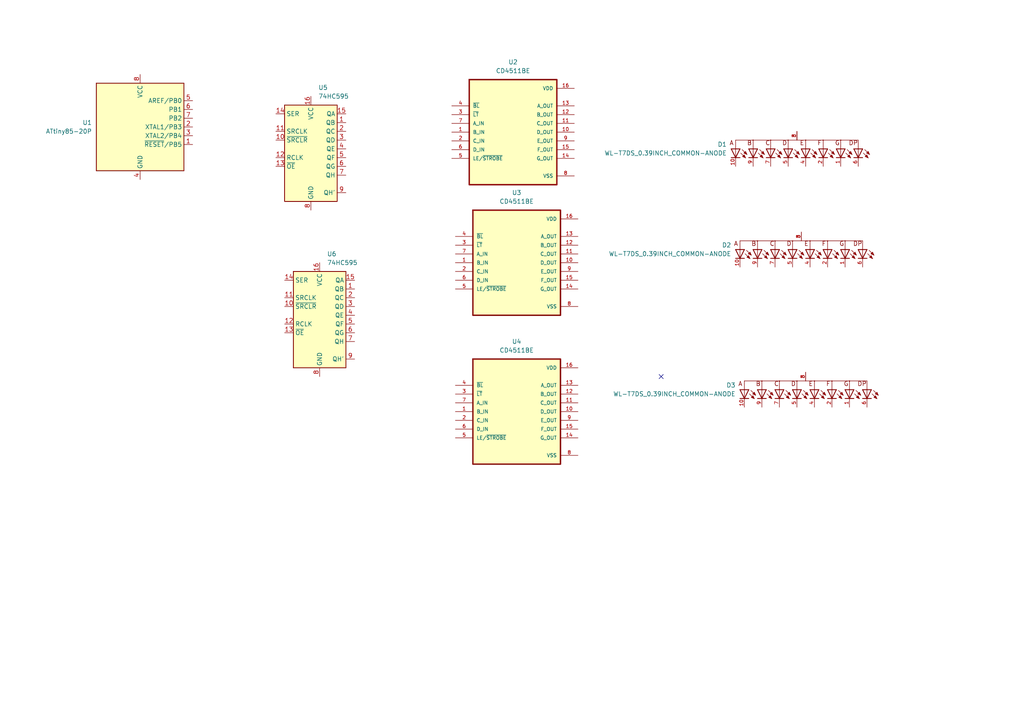
<source format=kicad_sch>
(kicad_sch (version 20250114) (generator "eeschema") (generator_version "9.0")
  (paper "A4")
  (lib_symbols
    (symbol "7 segment:WL-T7DS_0.39INCH_COMMON-ANODE" (pin_names (offset 1.016))
      (property "Reference" "D" (at 21.59 1.27 0))
      (property "Value" "WL-T7DS_0.39INCH_COMMON-ANODE" (at 21.59 -1.27 0))
      (symbol "WL-T7DS_0.39INCH_COMMON-ANODE_0_0"
        (polyline (pts (xy -17.78 2.54) (xy 17.78 2.54)) (stroke (width 0.1524)))
        (polyline (pts (xy -17.78 0) (xy -19.05 0)) (stroke (width 0.254)))
        (polyline (pts (xy -17.78 0) (xy -17.78 2.54)) (stroke (width 0.1524)))
        (polyline (pts (xy -17.78 0) (xy -17.78 -2.54)) (stroke (width 0.1524)))
        (polyline (pts (xy -17.78 -2.54) (xy -19.05 0)) (stroke (width 0.254)))
        (polyline (pts (xy -17.78 -2.54) (xy -19.05 -2.54)) (stroke (width 0.254)))
        (polyline (pts (xy -16.51 0) (xy -17.78 0)) (stroke (width 0.254)))
        (polyline (pts (xy -16.51 0) (xy -17.78 -2.54)) (stroke (width 0.254)))
        (polyline (pts (xy -16.51 -2.54) (xy -17.78 -2.54)) (stroke (width 0.254)))
        (polyline (pts (xy -16.298 -1.212) (xy -14.901 -2.609)) (stroke (width 0.1524)))
        (polyline (pts (xy -15.898 -0.212) (xy -14.501 -1.609)) (stroke (width 0.1524)))
        (polyline (pts (xy -14.901 -2.609) (xy -15.79 -2.228) (xy -15.282 -1.72) (xy -14.901 -2.609)) (stroke (width 0.1524)) (fill (type outline)))
        (polyline (pts (xy -14.501 -1.609) (xy -15.39 -1.228) (xy -14.882 -0.72) (xy -14.501 -1.609)) (stroke (width 0.1524)) (fill (type outline)))
        (circle (center -12.71 2.52) (radius 0.1) (stroke (width 0.1524)))
        (polyline (pts (xy -12.7 0) (xy -13.97 0)) (stroke (width 0.254)))
        (polyline (pts (xy -12.7 0) (xy -12.7 2.54)) (stroke (width 0.1524)))
        (polyline (pts (xy -12.7 0) (xy -12.7 -2.54)) (stroke (width 0.1524)))
        (polyline (pts (xy -12.7 -2.54) (xy -13.97 0)) (stroke (width 0.254)))
        (polyline (pts (xy -12.7 -2.54) (xy -13.97 -2.54)) (stroke (width 0.254)))
        (polyline (pts (xy -11.43 0) (xy -12.7 0)) (stroke (width 0.254)))
        (polyline (pts (xy -11.43 0) (xy -12.7 -2.54)) (stroke (width 0.254)))
        (polyline (pts (xy -11.43 -2.54) (xy -12.7 -2.54)) (stroke (width 0.254)))
        (polyline (pts (xy -11.218 -1.212) (xy -9.821 -2.609)) (stroke (width 0.1524)))
        (polyline (pts (xy -10.818 -0.212) (xy -9.421 -1.609)) (stroke (width 0.1524)))
        (polyline (pts (xy -9.821 -2.609) (xy -10.71 -2.228) (xy -10.202 -1.72) (xy -9.821 -2.609)) (stroke (width 0.1524)) (fill (type outline)))
        (polyline (pts (xy -9.421 -1.609) (xy -10.31 -1.228) (xy -9.802 -0.72) (xy -9.421 -1.609)) (stroke (width 0.1524)) (fill (type outline)))
        (circle (center -7.62 2.51) (radius 0.1) (stroke (width 0.1524)))
        (polyline (pts (xy -7.62 0) (xy -8.89 0)) (stroke (width 0.254)))
        (polyline (pts (xy -7.62 0) (xy -7.62 2.54)) (stroke (width 0.1524)))
        (polyline (pts (xy -7.62 0) (xy -7.62 -2.54)) (stroke (width 0.1524)))
        (polyline (pts (xy -7.62 -2.54) (xy -8.89 0)) (stroke (width 0.254)))
        (polyline (pts (xy -7.62 -2.54) (xy -8.89 -2.54)) (stroke (width 0.254)))
        (polyline (pts (xy -6.35 0) (xy -7.62 0)) (stroke (width 0.254)))
        (polyline (pts (xy -6.35 0) (xy -7.62 -2.54)) (stroke (width 0.254)))
        (polyline (pts (xy -6.35 -2.54) (xy -7.62 -2.54)) (stroke (width 0.254)))
        (polyline (pts (xy -6.138 -1.212) (xy -4.741 -2.609)) (stroke (width 0.1524)))
        (polyline (pts (xy -5.738 -0.212) (xy -4.341 -1.609)) (stroke (width 0.1524)))
        (polyline (pts (xy -4.741 -2.609) (xy -5.63 -2.228) (xy -5.122 -1.72) (xy -4.741 -2.609)) (stroke (width 0.1524)) (fill (type outline)))
        (polyline (pts (xy -4.341 -1.609) (xy -5.23 -1.228) (xy -4.722 -0.72) (xy -4.341 -1.609)) (stroke (width 0.1524)) (fill (type outline)))
        (circle (center -2.54 2.51) (radius 0.1) (stroke (width 0.1524)))
        (polyline (pts (xy -2.54 0) (xy -3.81 0)) (stroke (width 0.254)))
        (polyline (pts (xy -2.54 0) (xy -2.54 2.54)) (stroke (width 0.1524)))
        (polyline (pts (xy -2.54 0) (xy -2.54 -2.54)) (stroke (width 0.1524)))
        (polyline (pts (xy -2.54 -2.54) (xy -3.81 0)) (stroke (width 0.254)))
        (polyline (pts (xy -2.54 -2.54) (xy -3.81 -2.54)) (stroke (width 0.254)))
        (polyline (pts (xy -1.27 0) (xy -2.54 0)) (stroke (width 0.254)))
        (polyline (pts (xy -1.27 0) (xy -2.54 -2.54)) (stroke (width 0.254)))
        (polyline (pts (xy -1.27 -2.54) (xy -2.54 -2.54)) (stroke (width 0.254)))
        (polyline (pts (xy -1.058 -1.212) (xy 0.339 -2.609)) (stroke (width 0.1524)))
        (polyline (pts (xy -0.658 -0.212) (xy 0.739 -1.609)) (stroke (width 0.1524)))
        (polyline (pts (xy 0.339 -2.609) (xy -0.55 -2.228) (xy -0.042 -1.72) (xy 0.339 -2.609)) (stroke (width 0.1524)) (fill (type outline)))
        (polyline (pts (xy 0.739 -1.609) (xy -0.15 -1.228) (xy 0.358 -0.72) (xy 0.739 -1.609)) (stroke (width 0.1524)) (fill (type outline)))
        (circle (center 2.54 2.52) (radius 0.1) (stroke (width 0.1524)))
        (polyline (pts (xy 2.54 0) (xy 1.27 0)) (stroke (width 0.254)))
        (polyline (pts (xy 2.54 0) (xy 2.54 2.54)) (stroke (width 0.1524)))
        (polyline (pts (xy 2.54 0) (xy 2.54 -2.54)) (stroke (width 0.1524)))
        (polyline (pts (xy 2.54 -2.54) (xy 1.27 0)) (stroke (width 0.254)))
        (polyline (pts (xy 2.54 -2.54) (xy 1.27 -2.54)) (stroke (width 0.254)))
        (polyline (pts (xy 3.81 0) (xy 2.54 0)) (stroke (width 0.254)))
        (polyline (pts (xy 3.81 0) (xy 2.54 -2.54)) (stroke (width 0.254)))
        (polyline (pts (xy 3.81 -2.54) (xy 2.54 -2.54)) (stroke (width 0.254)))
        (polyline (pts (xy 4.022 -1.212) (xy 5.419 -2.609)) (stroke (width 0.1524)))
        (polyline (pts (xy 4.422 -0.212) (xy 5.819 -1.609)) (stroke (width 0.1524)))
        (polyline (pts (xy 5.419 -2.609) (xy 4.53 -2.228) (xy 5.038 -1.72) (xy 5.419 -2.609)) (stroke (width 0.1524)) (fill (type outline)))
        (polyline (pts (xy 5.819 -1.609) (xy 4.93 -1.228) (xy 5.438 -0.72) (xy 5.819 -1.609)) (stroke (width 0.1524)) (fill (type outline)))
        (circle (center 7.61 2.51) (radius 0.1) (stroke (width 0.1524)))
        (polyline (pts (xy 7.62 0) (xy 6.35 0)) (stroke (width 0.254)))
        (polyline (pts (xy 7.62 0) (xy 7.62 2.54)) (stroke (width 0.1524)))
        (polyline (pts (xy 7.62 0) (xy 7.62 -2.54)) (stroke (width 0.1524)))
        (polyline (pts (xy 7.62 -2.54) (xy 6.35 0)) (stroke (width 0.254)))
        (polyline (pts (xy 7.62 -2.54) (xy 6.35 -2.54)) (stroke (width 0.254)))
        (polyline (pts (xy 8.89 0) (xy 7.62 0)) (stroke (width 0.254)))
        (polyline (pts (xy 8.89 0) (xy 7.62 -2.54)) (stroke (width 0.254)))
        (polyline (pts (xy 8.89 -2.54) (xy 7.62 -2.54)) (stroke (width 0.254)))
        (polyline (pts (xy 9.102 -1.212) (xy 10.499 -2.609)) (stroke (width 0.1524)))
        (polyline (pts (xy 9.502 -0.212) (xy 10.899 -1.609)) (stroke (width 0.1524)))
        (polyline (pts (xy 10.499 -2.609) (xy 9.61 -2.228) (xy 10.118 -1.72) (xy 10.499 -2.609)) (stroke (width 0.1524)) (fill (type outline)))
        (polyline (pts (xy 10.899 -1.609) (xy 10.01 -1.228) (xy 10.518 -0.72) (xy 10.899 -1.609)) (stroke (width 0.1524)) (fill (type outline)))
        (circle (center 12.7 2.52) (radius 0.1) (stroke (width 0.1524)))
        (polyline (pts (xy 12.7 0) (xy 11.43 0)) (stroke (width 0.254)))
        (polyline (pts (xy 12.7 0) (xy 12.7 2.54)) (stroke (width 0.1524)))
        (polyline (pts (xy 12.7 0) (xy 12.7 -2.54)) (stroke (width 0.1524)))
        (polyline (pts (xy 12.7 -2.54) (xy 11.43 0)) (stroke (width 0.254)))
        (polyline (pts (xy 12.7 -2.54) (xy 11.43 -2.54)) (stroke (width 0.254)))
        (polyline (pts (xy 13.97 0) (xy 12.7 0)) (stroke (width 0.254)))
        (polyline (pts (xy 13.97 0) (xy 12.7 -2.54)) (stroke (width 0.254)))
        (polyline (pts (xy 13.97 -2.54) (xy 12.7 -2.54)) (stroke (width 0.254)))
        (polyline (pts (xy 14.182 -1.212) (xy 15.579 -2.609)) (stroke (width 0.1524)))
        (polyline (pts (xy 14.582 -0.212) (xy 15.979 -1.609)) (stroke (width 0.1524)))
        (polyline (pts (xy 15.579 -2.609) (xy 14.69 -2.228) (xy 15.198 -1.72) (xy 15.579 -2.609)) (stroke (width 0.1524)) (fill (type outline)))
        (polyline (pts (xy 15.979 -1.609) (xy 15.09 -1.228) (xy 15.598 -0.72) (xy 15.979 -1.609)) (stroke (width 0.1524)) (fill (type outline)))
        (polyline (pts (xy 17.78 0) (xy 16.51 0)) (stroke (width 0.254)))
        (polyline (pts (xy 17.78 0) (xy 17.78 2.54)) (stroke (width 0.1524)))
        (polyline (pts (xy 17.78 0) (xy 17.78 -2.54)) (stroke (width 0.1524)))
        (polyline (pts (xy 17.78 -2.54) (xy 16.51 0)) (stroke (width 0.254)))
        (polyline (pts (xy 17.78 -2.54) (xy 16.51 -2.54)) (stroke (width 0.254)))
        (polyline (pts (xy 19.05 0) (xy 17.78 0)) (stroke (width 0.254)))
        (polyline (pts (xy 19.05 0) (xy 17.78 -2.54)) (stroke (width 0.254)))
        (polyline (pts (xy 19.05 -2.54) (xy 17.78 -2.54)) (stroke (width 0.254)))
        (polyline (pts (xy 19.262 -1.212) (xy 20.659 -2.609)) (stroke (width 0.1524)))
        (polyline (pts (xy 19.662 -0.212) (xy 21.059 -1.609)) (stroke (width 0.1524)))
        (polyline (pts (xy 20.659 -2.609) (xy 19.77 -2.228) (xy 20.278 -1.72) (xy 20.659 -2.609)) (stroke (width 0.1524)) (fill (type outline)))
        (polyline (pts (xy 21.059 -1.609) (xy 20.17 -1.228) (xy 20.678 -0.72) (xy 21.059 -1.609)) (stroke (width 0.1524)) (fill (type outline)))
        (text "A" (at -19.6 1 0) (effects (font (size 1.27 1.27)) (justify left bottom)))
        (text "B" (at -14.5 1 0) (effects (font (size 1.27 1.27)) (justify left bottom)))
        (text "C" (at -9.2 1 0) (effects (font (size 1.27 1.27)) (justify left bottom)))
        (text "D" (at -4.3 1 0) (effects (font (size 1.27 1.27)) (justify left bottom)))
        (text "E" (at 0.8 1 0) (effects (font (size 1.27 1.27)) (justify left bottom)))
        (text "F" (at 5.9 1 0) (effects (font (size 1.27 1.27)) (justify left bottom)))
        (text "G" (at 11 1 0) (effects (font (size 1.27 1.27)) (justify left bottom)))
        (text "DP" (at 14.986 1 0) (effects (font (size 1.27 1.27)) (justify left bottom)))
        (pin passive line (at -17.78 -5.08 90) (length 2.54) (name "~") (number "10"))
        (pin passive line (at -12.7 -5.08 90) (length 2.54) (name "~") (number "9"))
        (pin passive line (at -7.62 -5.08 90) (length 2.54) (name "~") (number "7"))
        (pin passive line (at -2.54 -5.08 90) (length 2.54) (name "~") (number "5"))
        (pin passive line (at 0 5.08 270) (length 2.54) (name "~") (number "3"))
        (pin passive line (at 0 5.08 270) (length 2.54) (name "~") (number "8"))
        (pin passive line (at 2.54 -5.08 90) (length 2.54) (name "~") (number "4"))
        (pin passive line (at 7.62 -5.08 90) (length 2.54) (name "~") (number "2"))
        (pin passive line (at 12.7 -5.08 90) (length 2.54) (name "~") (number "1"))
        (pin passive line (at 17.78 -5.08 90) (length 2.54) (name "~") (number "6"))
      )
    )
    (symbol "74xx:74HC595"
      (property "Reference" "U" (at -7.62 13.97 0))
      (property "Value" "74HC595" (at -7.62 -16.51 0))
      (symbol "74HC595_1_0"
        (pin input line (at -10.16 10.16 0) (length 2.54) (name "SER") (number "14"))
        (pin input line (at -10.16 5.08 0) (length 2.54) (name "SRCLK") (number "11"))
        (pin input line (at -10.16 2.54 0) (length 2.54) (name "~{SRCLR}") (number "10"))
        (pin input line (at -10.16 -2.54 0) (length 2.54) (name "RCLK") (number "12"))
        (pin input line (at -10.16 -5.08 0) (length 2.54) (name "~{OE}") (number "13"))
        (pin power_in line (at 0 15.24 270) (length 2.54) (name "VCC") (number "16"))
        (pin power_in line (at 0 -17.78 90) (length 2.54) (name "GND") (number "8"))
        (pin tri_state line (at 10.16 10.16 180) (length 2.54) (name "QA") (number "15"))
        (pin tri_state line (at 10.16 7.62 180) (length 2.54) (name "QB") (number "1"))
        (pin tri_state line (at 10.16 5.08 180) (length 2.54) (name "QC") (number "2"))
        (pin tri_state line (at 10.16 2.54 180) (length 2.54) (name "QD") (number "3"))
        (pin tri_state line (at 10.16 0 180) (length 2.54) (name "QE") (number "4"))
        (pin tri_state line (at 10.16 -2.54 180) (length 2.54) (name "QF") (number "5"))
        (pin tri_state line (at 10.16 -5.08 180) (length 2.54) (name "QG") (number "6"))
        (pin tri_state line (at 10.16 -7.62 180) (length 2.54) (name "QH") (number "7"))
        (pin output line (at 10.16 -12.7 180) (length 2.54) (name "QH'") (number "9"))
      )
      (symbol "74HC595_1_1"
        (rectangle (start -7.62 12.7) (end 7.62 -15.24) (stroke (width 0.254)) (fill (type background)))
      )
    )
    (symbol "CD4511:CD4511BE" (pin_names (offset 1.016))
      (property "Reference" "U" (at -12.7 16.24 0))
      (property "Value" "CD4511BE" (at -12.7 -19.24 0))
      (symbol "CD4511BE_0_0"
        (rectangle (start -12.7 -15.24) (end 12.7 15.24) (stroke (width 0.41)) (fill (type background)))
        (pin input line (at -17.78 7.62 0) (length 5.08) (name "~{BL}") (number "4"))
        (pin input line (at -17.78 5.08 0) (length 5.08) (name "~{LT}") (number "3"))
        (pin input line (at -17.78 2.54 0) (length 5.08) (name "A_IN") (number "7"))
        (pin input line (at -17.78 0 0) (length 5.08) (name "B_IN") (number "1"))
        (pin input line (at -17.78 -2.54 0) (length 5.08) (name "C_IN") (number "2"))
        (pin input line (at -17.78 -5.08 0) (length 5.08) (name "D_IN") (number "6"))
        (pin input line (at -17.78 -7.62 0) (length 5.08) (name "LE/~{STROBE}") (number "5"))
        (pin power_in line (at 17.78 12.7 180) (length 5.08) (name "VDD") (number "16"))
        (pin output line (at 17.78 7.62 180) (length 5.08) (name "A_OUT") (number "13"))
        (pin output line (at 17.78 5.08 180) (length 5.08) (name "B_OUT") (number "12"))
        (pin output line (at 17.78 2.54 180) (length 5.08) (name "C_OUT") (number "11"))
        (pin output line (at 17.78 0 180) (length 5.08) (name "D_OUT") (number "10"))
        (pin output line (at 17.78 -2.54 180) (length 5.08) (name "E_OUT") (number "9"))
        (pin output line (at 17.78 -5.08 180) (length 5.08) (name "F_OUT") (number "15"))
        (pin output line (at 17.78 -7.62 180) (length 5.08) (name "G_OUT") (number "14"))
        (pin power_in line (at 17.78 -12.7 180) (length 5.08) (name "VSS") (number "8"))
      )
    )
    (symbol "MCU_Microchip_ATtiny:ATtiny85-20P"
      (property "Reference" "U" (at -12.7 13.97 0))
      (property "Value" "ATtiny85-20P" (at 2.54 -13.97 0))
      (symbol "ATtiny85-20P_0_1"
        (rectangle (start -12.7 -12.7) (end 12.7 12.7) (stroke (width 0.254)) (fill (type background)))
      )
      (symbol "ATtiny85-20P_1_1"
        (pin power_in line (at 0 15.24 270) (length 2.54) (name "VCC") (number "8"))
        (pin power_in line (at 0 -15.24 90) (length 2.54) (name "GND") (number "4"))
        (pin bidirectional line (at 15.24 7.62 180) (length 2.54) (name "AREF/PB0") (number "5"))
        (pin bidirectional line (at 15.24 5.08 180) (length 2.54) (name "PB1") (number "6"))
        (pin bidirectional line (at 15.24 2.54 180) (length 2.54) (name "PB2") (number "7"))
        (pin bidirectional line (at 15.24 0 180) (length 2.54) (name "XTAL1/PB3") (number "2"))
        (pin bidirectional line (at 15.24 -2.54 180) (length 2.54) (name "XTAL2/PB4") (number "3"))
        (pin bidirectional line (at 15.24 -5.08 180) (length 2.54) (name "~{RESET}/PB5") (number "1"))
      )
    )
  )
  (no_connect (at 191.77 109.22))
  (symbol (lib_id "CD4511:CD4511BE") (at 148.8048 38.327 0) (unit 1)
    (property "Reference" "U2" (at 148.8048 18.007 0))
    (property "Value" "CD4511BE" (at 148.8048 20.547 0))
    (property "Footprint" "CD4511BE:DIP794W45P254L1969H508Q16" (effects (hide yes)))
    (property "MF" "Texas Instruments" (effects (hide yes)))
    (property "Description_1" "CMOS BCD-to-7-Segment LED Latch Decoder Drivers" (effects (hide yes)))
    (property "Package" "PDIP-16 Texas Instruments" (effects (hide yes)))
    (property "Price" "None" (effects (hide yes)))
    (property "Check_prices" "https://www.snapeda.com/parts/CD4511BE/Texas+Instruments/view-part/?ref=eda" (effects (hide yes)))
    (property "SnapEDA_Link" "https://www.snapeda.com/parts/CD4511BE/Texas+Instruments/view-part/?ref=snap" (effects (hide yes)))
    (property "MP" "CD4511BE" (effects (hide yes)))
    (property "Availability" "In Stock" (effects (hide yes)))
    (property "Manufacturer" "Texas Instruments" (effects (hide yes)))
  )
  (symbol (lib_id "CD4511:CD4511BE") (at 149.86 76.2 0) (unit 1)
    (property "Reference" "U3" (at 149.86 55.88 0))
    (property "Value" "CD4511BE" (at 149.86 58.42 0))
    (property "Footprint" "CD4511BE:DIP794W45P254L1969H508Q16" (effects (hide yes)))
    (property "MF" "Texas Instruments" (effects (hide yes)))
    (property "Description_1" "CMOS BCD-to-7-Segment LED Latch Decoder Drivers" (effects (hide yes)))
    (property "Package" "PDIP-16 Texas Instruments" (effects (hide yes)))
    (property "Price" "None" (effects (hide yes)))
    (property "Check_prices" "https://www.snapeda.com/parts/CD4511BE/Texas+Instruments/view-part/?ref=eda" (effects (hide yes)))
    (property "SnapEDA_Link" "https://www.snapeda.com/parts/CD4511BE/Texas+Instruments/view-part/?ref=snap" (effects (hide yes)))
    (property "MP" "CD4511BE" (effects (hide yes)))
    (property "Availability" "In Stock" (effects (hide yes)))
    (property "Manufacturer" "Texas Instruments" (effects (hide yes)))
  )
  (symbol (lib_id "74xx:74HC595") (at 92.71 91.44 0) (unit 1)
    (property "Reference" "U6" (at 94.8533 73.66 0) (effects (justify left)))
    (property "Value" "74HC595" (at 94.8533 76.2 0) (effects (justify left)))
    (property "Datasheet" "http://www.ti.com/lit/ds/symlink/sn74hc595.pdf" (effects (hide yes)))
    (property "Description" "8-bit serial in/out Shift Register 3-State Outputs" (effects (hide yes)))
  )
  (symbol (lib_id "74xx:74HC595") (at 90.17 43.18 0) (unit 1)
    (property "Reference" "U5" (at 92.3133 25.4 0) (effects (justify left)))
    (property "Value" "74HC595" (at 92.3133 27.94 0) (effects (justify left)))
    (property "Datasheet" "http://www.ti.com/lit/ds/symlink/sn74hc595.pdf" (effects (hide yes)))
    (property "Description" "8-bit serial in/out Shift Register 3-State Outputs" (effects (hide yes)))
  )
  (symbol (lib_id "7 segment:WL-T7DS_0.39INCH_COMMON-ANODE") (at 232.41 72.39 0) (unit 1)
    (property "Reference" "D2" (at 212.09 71.0893 0) (effects (justify right)))
    (property "Value" "WL-T7DS_0.39INCH_COMMON-ANODE" (at 212.09 73.6293 0) (effects (justify right)))
    (property "Footprint" "WL-T7DS_0.39INCH_COMMON-ANODE:WL-T7DS_0.39INCH" (effects (hide yes)))
    (property "MF" "Wurth Elektronik" (effects (hide yes)))
    (property "Description_1" "Typ.(@20mA): 635nm; 38mcd; 2V; 1:2AlInGaP/GaAs Common Anode, Grey surface, Milky segments" (effects (hide yes)))
    (property "Package" "None" (effects (hide yes)))
    (property "Price" "None" (effects (hide yes)))
    (property "SnapEDA_Link" "https://www.snapeda.com/parts/157119S12801/Wurth+Electronics/view-part/?ref=snap" (effects (hide yes)))
    (property "MP" "157119S12801" (effects (hide yes)))
    (property "Availability" "In Stock" (effects (hide yes)))
    (property "Check_prices" "https://www.snapeda.com/parts/157119S12801/Wurth+Electronics/view-part/?ref=eda" (effects (hide yes)))
  )
  (symbol (lib_id "7 segment:WL-T7DS_0.39INCH_COMMON-ANODE") (at 231.14 43.18 0) (unit 1)
    (property "Reference" "D1" (at 210.82 41.8793 0) (effects (justify right)))
    (property "Value" "WL-T7DS_0.39INCH_COMMON-ANODE" (at 210.82 44.4193 0) (effects (justify right)))
    (property "Footprint" "WL-T7DS_0.39INCH_COMMON-ANODE:WL-T7DS_0.39INCH" (effects (hide yes)))
    (property "MF" "Wurth Elektronik" (effects (hide yes)))
    (property "Description_1" "Typ.(@20mA): 635nm; 38mcd; 2V; 1:2AlInGaP/GaAs Common Anode, Grey surface, Milky segments" (effects (hide yes)))
    (property "Package" "None" (effects (hide yes)))
    (property "Price" "None" (effects (hide yes)))
    (property "SnapEDA_Link" "https://www.snapeda.com/parts/157119S12801/Wurth+Electronics/view-part/?ref=snap" (effects (hide yes)))
    (property "MP" "157119S12801" (effects (hide yes)))
    (property "Availability" "In Stock" (effects (hide yes)))
    (property "Check_prices" "https://www.snapeda.com/parts/157119S12801/Wurth+Electronics/view-part/?ref=eda" (effects (hide yes)))
  )
  (symbol (lib_id "7 segment:WL-T7DS_0.39INCH_COMMON-ANODE") (at 233.68 113.03 0) (unit 1)
    (property "Reference" "D3" (at 213.36 111.7293 0) (effects (justify right)))
    (property "Value" "WL-T7DS_0.39INCH_COMMON-ANODE" (at 213.36 114.2693 0) (effects (justify right)))
    (property "Footprint" "WL-T7DS_0.39INCH_COMMON-ANODE:WL-T7DS_0.39INCH" (effects (hide yes)))
    (property "MF" "Wurth Elektronik" (effects (hide yes)))
    (property "Description_1" "Typ.(@20mA): 635nm; 38mcd; 2V; 1:2AlInGaP/GaAs Common Anode, Grey surface, Milky segments" (effects (hide yes)))
    (property "Package" "None" (effects (hide yes)))
    (property "Price" "None" (effects (hide yes)))
    (property "SnapEDA_Link" "https://www.snapeda.com/parts/157119S12801/Wurth+Electronics/view-part/?ref=snap" (effects (hide yes)))
    (property "MP" "157119S12801" (effects (hide yes)))
    (property "Availability" "In Stock" (effects (hide yes)))
    (property "Check_prices" "https://www.snapeda.com/parts/157119S12801/Wurth+Electronics/view-part/?ref=eda" (effects (hide yes)))
  )
  (symbol (lib_id "MCU_Microchip_ATtiny:ATtiny85-20P") (at 40.64 36.83 0) (unit 1)
    (property "Reference" "U1" (at 26.67 35.5599 0) (effects (justify right)))
    (property "Value" "ATtiny85-20P" (at 26.67 38.0999 0) (effects (justify right)))
    (property "Footprint" "Package_DIP:DIP-8_W7.62mm" (effects (hide yes)))
    (property "Datasheet" "http://ww1.microchip.com/downloads/en/DeviceDoc/atmel-2586-avr-8-bit-microcontroller-attiny25-attiny45-attiny85_datasheet.pdf" (effects (hide yes)))
    (property "Description" "20MHz, 8kB Flash, 512B SRAM, 512B EEPROM, debugWIRE, DIP-8" (effects (hide yes)))
  )
  (symbol (lib_id "CD4511:CD4511BE") (at 149.86 119.38 0) (unit 1)
    (property "Reference" "U4" (at 149.86 99.06 0))
    (property "Value" "CD4511BE" (at 149.86 101.6 0))
    (property "Footprint" "CD4511BE:DIP794W45P254L1969H508Q16" (effects (hide yes)))
    (property "MF" "Texas Instruments" (effects (hide yes)))
    (property "Description_1" "CMOS BCD-to-7-Segment LED Latch Decoder Drivers" (effects (hide yes)))
    (property "Package" "PDIP-16 Texas Instruments" (effects (hide yes)))
    (property "Price" "None" (effects (hide yes)))
    (property "Check_prices" "https://www.snapeda.com/parts/CD4511BE/Texas+Instruments/view-part/?ref=eda" (effects (hide yes)))
    (property "SnapEDA_Link" "https://www.snapeda.com/parts/CD4511BE/Texas+Instruments/view-part/?ref=snap" (effects (hide yes)))
    (property "MP" "CD4511BE" (effects (hide yes)))
    (property "Availability" "In Stock" (effects (hide yes)))
    (property "Manufacturer" "Texas Instruments" (effects (hide yes)))
  )
)
</source>
